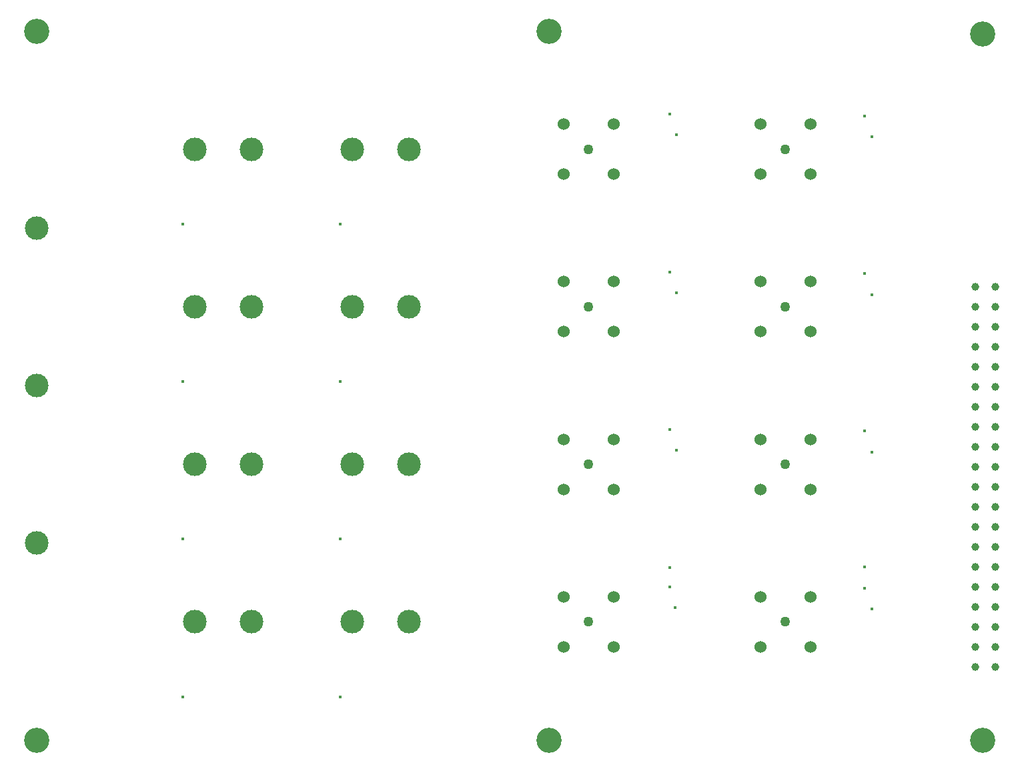
<source format=gbr>
%TF.GenerationSoftware,KiCad,Pcbnew,6.0.0-d3dd2cf0fa~116~ubuntu21.10.1*%
%TF.CreationDate,2022-01-19T11:26:26+00:00*%
%TF.ProjectId,latbox_cycloneV,6c617462-6f78-45f6-9379-636c6f6e6556,rev?*%
%TF.SameCoordinates,Original*%
%TF.FileFunction,Plated,1,4,PTH,Drill*%
%TF.FilePolarity,Positive*%
%FSLAX46Y46*%
G04 Gerber Fmt 4.6, Leading zero omitted, Abs format (unit mm)*
G04 Created by KiCad (PCBNEW 6.0.0-d3dd2cf0fa~116~ubuntu21.10.1) date 2022-01-19 11:26:26*
%MOMM*%
%LPD*%
G01*
G04 APERTURE LIST*
%TA.AperFunction,ViaDrill*%
%ADD10C,0.400000*%
%TD*%
%TA.AperFunction,ComponentDrill*%
%ADD11C,1.000000*%
%TD*%
%TA.AperFunction,ComponentDrill*%
%ADD12C,1.270000*%
%TD*%
%TA.AperFunction,ComponentDrill*%
%ADD13C,1.524000*%
%TD*%
%TA.AperFunction,ComponentDrill*%
%ADD14C,3.000000*%
%TD*%
%TA.AperFunction,ComponentDrill*%
%ADD15C,3.200000*%
%TD*%
G04 APERTURE END LIST*
D10*
X73500000Y-79500000D03*
X73500000Y-99500000D03*
X73500000Y-119500000D03*
X73500000Y-139500000D03*
X93500000Y-79500000D03*
X93500000Y-99500000D03*
X93500000Y-119500000D03*
X93500000Y-139500000D03*
X135325000Y-65575000D03*
X135325000Y-85575000D03*
X135325000Y-105575000D03*
X135325000Y-123075000D03*
X135325000Y-125575000D03*
X136000000Y-128184500D03*
X136174500Y-68184500D03*
X136174500Y-88184500D03*
X136174500Y-108184500D03*
X160000000Y-65750000D03*
X160000000Y-85750000D03*
X160000000Y-105750000D03*
X160000000Y-123000000D03*
X160000000Y-125750000D03*
X161000000Y-68375011D03*
X161000000Y-88500000D03*
X161000000Y-108500000D03*
X161000000Y-128375011D03*
D11*
%TO.C,J101*%
X174110000Y-87490000D03*
X174110000Y-90030000D03*
X174110000Y-92570000D03*
X174110000Y-95110000D03*
X174110000Y-97650000D03*
X174110000Y-100190000D03*
X174110000Y-102730000D03*
X174110000Y-105270000D03*
X174110000Y-107810000D03*
X174110000Y-110350000D03*
X174110000Y-112890000D03*
X174110000Y-115430000D03*
X174110000Y-117970000D03*
X174110000Y-120510000D03*
X174110000Y-123050000D03*
X174110000Y-125590000D03*
X174110000Y-128130000D03*
X174110000Y-130670000D03*
X174110000Y-133210000D03*
X174110000Y-135750000D03*
X176650000Y-87490000D03*
X176650000Y-90030000D03*
X176650000Y-92570000D03*
X176650000Y-95110000D03*
X176650000Y-97650000D03*
X176650000Y-100190000D03*
X176650000Y-102730000D03*
X176650000Y-105270000D03*
X176650000Y-107810000D03*
X176650000Y-110350000D03*
X176650000Y-112890000D03*
X176650000Y-115430000D03*
X176650000Y-117970000D03*
X176650000Y-120510000D03*
X176650000Y-123050000D03*
X176650000Y-125590000D03*
X176650000Y-128130000D03*
X176650000Y-130670000D03*
X176650000Y-133210000D03*
X176650000Y-135750000D03*
D12*
%TO.C,J301*%
X125000000Y-70000000D03*
%TO.C,J302*%
X125000000Y-90000000D03*
%TO.C,J303*%
X125000000Y-110000000D03*
%TO.C,J304*%
X125000000Y-130000000D03*
%TO.C,J201*%
X150000000Y-70000000D03*
%TO.C,J202*%
X150000000Y-90000000D03*
%TO.C,J203*%
X150000000Y-110000000D03*
%TO.C,J204*%
X150000000Y-130000000D03*
D13*
%TO.C,J301*%
X121825000Y-66825000D03*
X121825000Y-73175000D03*
%TO.C,J302*%
X121825000Y-86825000D03*
X121825000Y-93175000D03*
%TO.C,J303*%
X121825000Y-106825000D03*
X121825000Y-113175000D03*
%TO.C,J304*%
X121825000Y-126825000D03*
X121825000Y-133175000D03*
%TO.C,J301*%
X128175000Y-66825000D03*
X128175000Y-73175000D03*
%TO.C,J302*%
X128175000Y-86825000D03*
X128175000Y-93175000D03*
%TO.C,J303*%
X128175000Y-106825000D03*
X128175000Y-113175000D03*
%TO.C,J304*%
X128175000Y-126825000D03*
X128175000Y-133175000D03*
%TO.C,J201*%
X146825000Y-66825000D03*
X146825000Y-73175000D03*
%TO.C,J202*%
X146825000Y-86825000D03*
X146825000Y-93175000D03*
%TO.C,J203*%
X146825000Y-106825000D03*
X146825000Y-113175000D03*
%TO.C,J204*%
X146825000Y-126825000D03*
X146825000Y-133175000D03*
%TO.C,J201*%
X153175000Y-66825000D03*
X153175000Y-73175000D03*
%TO.C,J202*%
X153175000Y-86825000D03*
X153175000Y-93175000D03*
%TO.C,J203*%
X153175000Y-106825000D03*
X153175000Y-113175000D03*
%TO.C,J204*%
X153175000Y-126825000D03*
X153175000Y-133175000D03*
D14*
%TO.C,J411*%
X55000000Y-80000000D03*
%TO.C,J410*%
X55000000Y-100000000D03*
%TO.C,J409*%
X55000000Y-120000000D03*
%TO.C,J401*%
X75000000Y-70000000D03*
%TO.C,J403*%
X75000000Y-90000000D03*
%TO.C,J405*%
X75000000Y-110000000D03*
%TO.C,J407*%
X75000000Y-130000000D03*
%TO.C,J401*%
X82200000Y-70000000D03*
%TO.C,J403*%
X82200000Y-90000000D03*
%TO.C,J405*%
X82200000Y-110000000D03*
%TO.C,J407*%
X82200000Y-130000000D03*
%TO.C,J402*%
X95000000Y-70000000D03*
%TO.C,J404*%
X95000000Y-90000000D03*
%TO.C,J406*%
X95000000Y-110000000D03*
%TO.C,J408*%
X95000000Y-130000000D03*
%TO.C,J402*%
X102200000Y-70000000D03*
%TO.C,J404*%
X102200000Y-90000000D03*
%TO.C,J406*%
X102200000Y-110000000D03*
%TO.C,J408*%
X102200000Y-130000000D03*
D15*
%TO.C,H101*%
X55000000Y-55000000D03*
%TO.C,H103*%
X55000000Y-145000000D03*
%TO.C,H104*%
X120000000Y-55000000D03*
%TO.C,H106*%
X120000000Y-145000000D03*
%TO.C,H102*%
X175000000Y-55350000D03*
%TO.C,H105*%
X175000000Y-145000000D03*
M02*

</source>
